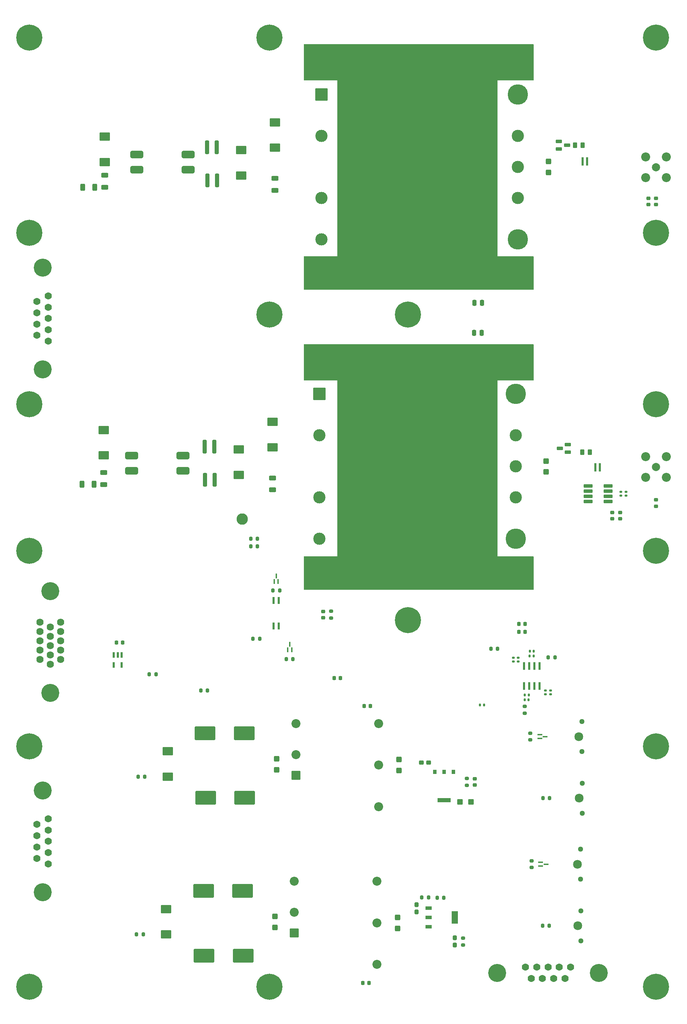
<source format=gbr>
%TF.GenerationSoftware,KiCad,Pcbnew,8.0.6*%
%TF.CreationDate,2025-06-02T15:06:51-04:00*%
%TF.ProjectId,CAEN_NEVIS_DAQ_PM5V,4341454e-5f4e-4455-9649-535f4441515f,rev?*%
%TF.SameCoordinates,Original*%
%TF.FileFunction,Soldermask,Top*%
%TF.FilePolarity,Negative*%
%FSLAX46Y46*%
G04 Gerber Fmt 4.6, Leading zero omitted, Abs format (unit mm)*
G04 Created by KiCad (PCBNEW 8.0.6) date 2025-06-02 15:06:51*
%MOMM*%
%LPD*%
G01*
G04 APERTURE LIST*
G04 Aperture macros list*
%AMRoundRect*
0 Rectangle with rounded corners*
0 $1 Rounding radius*
0 $2 $3 $4 $5 $6 $7 $8 $9 X,Y pos of 4 corners*
0 Add a 4 corners polygon primitive as box body*
4,1,4,$2,$3,$4,$5,$6,$7,$8,$9,$2,$3,0*
0 Add four circle primitives for the rounded corners*
1,1,$1+$1,$2,$3*
1,1,$1+$1,$4,$5*
1,1,$1+$1,$6,$7*
1,1,$1+$1,$8,$9*
0 Add four rect primitives between the rounded corners*
20,1,$1+$1,$2,$3,$4,$5,0*
20,1,$1+$1,$4,$5,$6,$7,0*
20,1,$1+$1,$6,$7,$8,$9,0*
20,1,$1+$1,$8,$9,$2,$3,0*%
G04 Aperture macros list end*
%ADD10RoundRect,0.225000X0.250000X-0.225000X0.250000X0.225000X-0.250000X0.225000X-0.250000X-0.225000X0*%
%ADD11RoundRect,0.250000X0.425000X-0.450000X0.425000X0.450000X-0.425000X0.450000X-0.425000X-0.450000X0*%
%ADD12RoundRect,0.140000X0.170000X-0.140000X0.170000X0.140000X-0.170000X0.140000X-0.170000X-0.140000X0*%
%ADD13C,6.400000*%
%ADD14RoundRect,0.250000X1.025000X-0.787500X1.025000X0.787500X-1.025000X0.787500X-1.025000X-0.787500X0*%
%ADD15RoundRect,0.200000X0.200000X0.275000X-0.200000X0.275000X-0.200000X-0.275000X0.200000X-0.275000X0*%
%ADD16RoundRect,0.225000X-0.250000X0.225000X-0.250000X-0.225000X0.250000X-0.225000X0.250000X0.225000X0*%
%ADD17RoundRect,0.170000X2.330000X-1.530000X2.330000X1.530000X-2.330000X1.530000X-2.330000X-1.530000X0*%
%ADD18RoundRect,0.200000X-0.200000X-0.275000X0.200000X-0.275000X0.200000X0.275000X-0.200000X0.275000X0*%
%ADD19C,1.295400*%
%ADD20C,2.159000*%
%ADD21RoundRect,0.250000X-0.275000X0.312500X-0.275000X-0.312500X0.275000X-0.312500X0.275000X0.312500X0*%
%ADD22RoundRect,0.225000X-0.225000X-0.250000X0.225000X-0.250000X0.225000X0.250000X-0.225000X0.250000X0*%
%ADD23R,0.558800X1.473200*%
%ADD24RoundRect,0.250000X-0.625000X0.312500X-0.625000X-0.312500X0.625000X-0.312500X0.625000X0.312500X0*%
%ADD25RoundRect,0.250000X0.275000X-0.312500X0.275000X0.312500X-0.275000X0.312500X-0.275000X-0.312500X0*%
%ADD26RoundRect,0.250000X-0.312500X-0.625000X0.312500X-0.625000X0.312500X0.625000X-0.312500X0.625000X0*%
%ADD27R,0.350800X1.161200*%
%ADD28C,3.500000*%
%ADD29RoundRect,0.102000X-1.400000X-1.400000X1.400000X-1.400000X1.400000X1.400000X-1.400000X1.400000X0*%
%ADD30C,3.004000*%
%ADD31C,5.004000*%
%ADD32R,0.889000X1.016000*%
%ADD33R,3.200000X1.000000*%
%ADD34RoundRect,0.200000X-0.275000X0.200000X-0.275000X-0.200000X0.275000X-0.200000X0.275000X0.200000X0*%
%ADD35R,0.558800X1.981200*%
%ADD36RoundRect,0.100500X-0.986500X-0.301500X0.986500X-0.301500X0.986500X0.301500X-0.986500X0.301500X0*%
%ADD37C,1.779000*%
%ADD38C,4.420000*%
%ADD39RoundRect,0.099250X-0.632750X-0.297750X0.632750X-0.297750X0.632750X0.297750X-0.632750X0.297750X0*%
%ADD40RoundRect,0.140000X-0.170000X0.140000X-0.170000X-0.140000X0.170000X-0.140000X0.170000X0.140000X0*%
%ADD41RoundRect,0.250000X-0.425000X0.450000X-0.425000X-0.450000X0.425000X-0.450000X0.425000X0.450000X0*%
%ADD42RoundRect,0.250000X-1.025000X0.787500X-1.025000X-0.787500X1.025000X-0.787500X1.025000X0.787500X0*%
%ADD43RoundRect,0.475000X1.125000X-0.475000X1.125000X0.475000X-1.125000X0.475000X-1.125000X-0.475000X0*%
%ADD44RoundRect,0.250000X0.625000X-0.312500X0.625000X0.312500X-0.625000X0.312500X-0.625000X-0.312500X0*%
%ADD45R,0.584200X2.159000*%
%ADD46C,2.800000*%
%ADD47R,1.161200X0.350800*%
%ADD48RoundRect,0.200000X0.275000X-0.200000X0.275000X0.200000X-0.275000X0.200000X-0.275000X-0.200000X0*%
%ADD49RoundRect,0.250000X-0.450000X-0.425000X0.450000X-0.425000X0.450000X0.425000X-0.450000X0.425000X0*%
%ADD50C,2.006600*%
%ADD51C,2.209800*%
%ADD52RoundRect,0.225000X0.225000X0.250000X-0.225000X0.250000X-0.225000X-0.250000X0.225000X-0.250000X0*%
%ADD53RoundRect,0.135000X0.135000X0.185000X-0.135000X0.185000X-0.135000X-0.185000X0.135000X-0.185000X0*%
%ADD54RoundRect,0.102000X1.000000X-1.000000X1.000000X1.000000X-1.000000X1.000000X-1.000000X-1.000000X0*%
%ADD55C,2.204000*%
%ADD56RoundRect,0.140000X-0.140000X-0.170000X0.140000X-0.170000X0.140000X0.170000X-0.140000X0.170000X0*%
%ADD57RoundRect,0.135000X-0.135000X-0.185000X0.135000X-0.185000X0.135000X0.185000X-0.135000X0.185000X0*%
%ADD58RoundRect,0.250000X0.250000X0.475000X-0.250000X0.475000X-0.250000X-0.475000X0.250000X-0.475000X0*%
%ADD59RoundRect,0.245000X-0.245000X-1.455000X0.245000X-1.455000X0.245000X1.455000X-0.245000X1.455000X0*%
%ADD60RoundRect,0.250000X0.312500X0.275000X-0.312500X0.275000X-0.312500X-0.275000X0.312500X-0.275000X0*%
%ADD61RoundRect,0.250000X-0.250000X-0.475000X0.250000X-0.475000X0.250000X0.475000X-0.250000X0.475000X0*%
%ADD62C,1.764000*%
%ADD63RoundRect,0.250000X0.262500X0.450000X-0.262500X0.450000X-0.262500X-0.450000X0.262500X-0.450000X0*%
%ADD64R,1.600200X0.838200*%
%ADD65R,1.600200X3.048000*%
%ADD66RoundRect,0.099250X0.632750X0.297750X-0.632750X0.297750X-0.632750X-0.297750X0.632750X-0.297750X0*%
%ADD67R,0.558800X1.651000*%
G04 APERTURE END LIST*
D10*
%TO.C,R28*%
X278970000Y-144065000D03*
X278970000Y-142515000D03*
%TD*%
D11*
%TO.C,C39*%
X185356250Y-247500001D03*
X185356250Y-244800001D03*
%TD*%
D12*
%TO.C,C63*%
X243895000Y-182200000D03*
X243895000Y-181240000D03*
%TD*%
D13*
%TO.C,H13*%
X184000000Y-262000000D03*
%TD*%
D14*
%TO.C,C29*%
X159025000Y-210472500D03*
X159025000Y-204247500D03*
%TD*%
D13*
%TO.C,H6*%
X125000000Y-203000000D03*
%TD*%
D15*
%TO.C,R43*%
X252845000Y-215770000D03*
X251195000Y-215770000D03*
%TD*%
D13*
%TO.C,H14*%
X279000000Y-119000000D03*
%TD*%
D16*
%TO.C,C54*%
X234480000Y-210975000D03*
X234480000Y-212525000D03*
%TD*%
D11*
%TO.C,C46*%
X215446250Y-247714999D03*
X215446250Y-245014999D03*
%TD*%
D13*
%TO.C,H4*%
X125000000Y-119000000D03*
%TD*%
D17*
%TO.C,L5*%
X168315000Y-215681000D03*
X177915000Y-215681000D03*
%TD*%
D18*
%TO.C,R16*%
X167135000Y-189320000D03*
X168785000Y-189320000D03*
%TD*%
D11*
%TO.C,C37*%
X215845000Y-208985000D03*
X215845000Y-206285000D03*
%TD*%
D19*
%TO.C,P4*%
X260800000Y-204290000D03*
X260800000Y-196970000D03*
D20*
X260040000Y-200620000D03*
%TD*%
D21*
%TO.C,C59*%
X220150000Y-241895000D03*
X220150000Y-243670000D03*
%TD*%
D18*
%TO.C,F3*%
X151710000Y-210480000D03*
X153360000Y-210480000D03*
%TD*%
D22*
%TO.C,R38*%
X199905000Y-186230000D03*
X201455000Y-186230000D03*
%TD*%
D23*
%TO.C,U2*%
X147660000Y-180632400D03*
X146709999Y-180632400D03*
X145759998Y-180632400D03*
X145759998Y-183020000D03*
X147660000Y-183020000D03*
%TD*%
D18*
%TO.C,R7*%
X154445000Y-185370000D03*
X156095000Y-185370000D03*
%TD*%
D24*
%TO.C,R11*%
X184775000Y-137147500D03*
X184775000Y-140072500D03*
%TD*%
D25*
%TO.C,C65*%
X229510000Y-251807500D03*
X229510000Y-250032500D03*
%TD*%
D26*
%TO.C,F1*%
X138127500Y-65752500D03*
X141052500Y-65752500D03*
%TD*%
D27*
%TO.C,M2*%
X185140000Y-162520000D03*
X186139998Y-162520000D03*
X185639999Y-161170000D03*
%TD*%
D28*
%TO.C,U4*%
X196235000Y-108920000D03*
X196235000Y-159720000D03*
X244485000Y-108920000D03*
X244485000Y-159720000D03*
D29*
X196235000Y-116540000D03*
D30*
X196235000Y-126700000D03*
X196235000Y-141940000D03*
X196235000Y-152100000D03*
D31*
X244485000Y-152100000D03*
D30*
X244485000Y-141940000D03*
X244485000Y-134320000D03*
X244485000Y-126700000D03*
D31*
X244485000Y-116540000D03*
%TD*%
D32*
%TO.C,U9*%
X229239900Y-209267500D03*
X226928500Y-209267500D03*
X224617100Y-209267500D03*
D33*
X226928500Y-216260000D03*
%TD*%
D34*
%TO.C,R35*%
X246730000Y-193235000D03*
X246730000Y-194885000D03*
%TD*%
D19*
%TO.C,P2*%
X260520000Y-250740000D03*
X260520000Y-243420000D03*
D20*
X259760000Y-247070000D03*
%TD*%
D35*
%TO.C,U12*%
X246555000Y-188193800D03*
X247825000Y-188193800D03*
X249095000Y-188193800D03*
X250365000Y-188193800D03*
X250365000Y-183266200D03*
X249095000Y-183266200D03*
X247825000Y-183266200D03*
X246555000Y-183266200D03*
%TD*%
D15*
%TO.C,R42*%
X252765000Y-247060000D03*
X251115000Y-247060000D03*
%TD*%
D12*
%TO.C,C48*%
X271620000Y-141470000D03*
X271620000Y-140510000D03*
%TD*%
D36*
%TO.C,U7*%
X262265000Y-139085000D03*
X262265000Y-140355000D03*
X262265000Y-141625000D03*
X262265000Y-142895000D03*
X267205000Y-142895000D03*
X267205000Y-141625000D03*
X267205000Y-140355000D03*
X267205000Y-139085000D03*
%TD*%
D37*
%TO.C,J1*%
X132710000Y-181730000D03*
X132710000Y-179440000D03*
X132710000Y-177150000D03*
X132710000Y-174860000D03*
X132710000Y-172570000D03*
X130170000Y-182875000D03*
X130170000Y-180585000D03*
X130170000Y-178295000D03*
X130170000Y-176005000D03*
X130170000Y-173715000D03*
X127630000Y-181730000D03*
X127630000Y-179440000D03*
X127630000Y-177150000D03*
X127630000Y-174860000D03*
X127630000Y-172570000D03*
D38*
X130170000Y-164909000D03*
X130170000Y-189899000D03*
%TD*%
D22*
%TO.C,C28*%
X206925000Y-261150000D03*
X208475000Y-261150000D03*
%TD*%
D39*
%TO.C,D2*%
X255140000Y-54520000D03*
X255140000Y-56420000D03*
X257100000Y-55470000D03*
%TD*%
D40*
%TO.C,C61*%
X253050000Y-189290000D03*
X253050000Y-190250000D03*
%TD*%
D41*
%TO.C,C16*%
X252565000Y-59450000D03*
X252565000Y-62150000D03*
%TD*%
D42*
%TO.C,C9*%
X185345000Y-49845000D03*
X185345000Y-56070000D03*
%TD*%
D12*
%TO.C,C62*%
X245125000Y-182220000D03*
X245125000Y-181260000D03*
%TD*%
D43*
%TO.C,L9*%
X163980000Y-57780000D03*
X163980000Y-61480000D03*
X151380000Y-61480000D03*
X151380000Y-57780000D03*
%TD*%
D44*
%TO.C,R8*%
X143510000Y-65745000D03*
X143510000Y-62820000D03*
%TD*%
D14*
%TO.C,C17*%
X143240000Y-131592500D03*
X143240000Y-125367500D03*
%TD*%
D45*
%TO.C,R1*%
X260966600Y-59460000D03*
X262033400Y-59460000D03*
%TD*%
D46*
%TO.C,V_{EN}1*%
X177270000Y-147230000D03*
%TD*%
D18*
%TO.C,R14*%
X179935000Y-176640000D03*
X181585000Y-176640000D03*
%TD*%
D47*
%TO.C,M4*%
X250600000Y-231450000D03*
X250600000Y-232449998D03*
X251950000Y-231949999D03*
%TD*%
D48*
%TO.C,R39*%
X231580000Y-251755000D03*
X231580000Y-250105000D03*
%TD*%
D13*
%TO.C,H17*%
X218000000Y-172000000D03*
%TD*%
D42*
%TO.C,C18*%
X176455000Y-130167500D03*
X176455000Y-136392500D03*
%TD*%
D49*
%TO.C,C55*%
X230820000Y-216690000D03*
X233520000Y-216690000D03*
%TD*%
D12*
%TO.C,C47*%
X270310000Y-141490000D03*
X270310000Y-140530000D03*
%TD*%
D50*
%TO.C,J4*%
X278970000Y-134410000D03*
D51*
X281510000Y-131870000D03*
X276430000Y-131870000D03*
X276430000Y-136950000D03*
X281510000Y-136950000D03*
%TD*%
D42*
%TO.C,C19*%
X184785000Y-123367500D03*
X184785000Y-129592500D03*
%TD*%
D17*
%TO.C,L6*%
X168195000Y-199811000D03*
X177795000Y-199811000D03*
%TD*%
D48*
%TO.C,R40*%
X248110000Y-201435000D03*
X248110000Y-199785000D03*
%TD*%
%TO.C,R41*%
X248420000Y-232775000D03*
X248420000Y-231125000D03*
%TD*%
D28*
%TO.C,U3*%
X196795000Y-35397500D03*
X196795000Y-86197500D03*
X245045000Y-35397500D03*
X245045000Y-86197500D03*
D29*
X196795000Y-43017500D03*
D30*
X196795000Y-53177500D03*
X196795000Y-68417500D03*
X196795000Y-78577500D03*
D31*
X245045000Y-78577500D03*
D30*
X245045000Y-68417500D03*
X245045000Y-60797500D03*
X245045000Y-53177500D03*
D31*
X245045000Y-43017500D03*
%TD*%
D42*
%TO.C,C8*%
X177015000Y-56645000D03*
X177015000Y-62870000D03*
%TD*%
D47*
%TO.C,M3*%
X250410000Y-200120002D03*
X250410000Y-201120000D03*
X251760000Y-200620001D03*
%TD*%
D52*
%TO.C,R22*%
X246815000Y-174920000D03*
X245265000Y-174920000D03*
%TD*%
D44*
%TO.C,R10*%
X143276250Y-138752500D03*
X143276250Y-135827500D03*
%TD*%
D27*
%TO.C,M1*%
X188450001Y-179325000D03*
X189449999Y-179325000D03*
X188950000Y-177975000D03*
%TD*%
D13*
%TO.C,H11*%
X279000000Y-203000000D03*
%TD*%
D45*
%TO.C,R2*%
X264116600Y-134520000D03*
X265183400Y-134520000D03*
%TD*%
D18*
%TO.C,R34*%
X238395000Y-179080000D03*
X240045000Y-179080000D03*
%TD*%
D53*
%TO.C,R30*%
X247720000Y-190380000D03*
X246700000Y-190380000D03*
%TD*%
D54*
%TO.C,U6*%
X190093750Y-248860000D03*
D55*
X190093750Y-243760000D03*
X210393750Y-256560000D03*
X210393750Y-246360000D03*
X210393750Y-236160000D03*
X190093750Y-236160000D03*
%TD*%
D56*
%TO.C,C56*%
X246730000Y-191620000D03*
X247690000Y-191620000D03*
%TD*%
D43*
%TO.C,L10*%
X162710000Y-131680000D03*
X162710000Y-135380000D03*
X150110000Y-135380000D03*
X150110000Y-131680000D03*
%TD*%
D57*
%TO.C,R32*%
X247930000Y-180880000D03*
X248950000Y-180880000D03*
%TD*%
D48*
%TO.C,R44*%
X199180000Y-171525000D03*
X199180000Y-169875000D03*
%TD*%
D58*
%TO.C,C5*%
X236240000Y-94120000D03*
X234340000Y-94120000D03*
%TD*%
D59*
%TO.C,L3*%
X168160000Y-137605000D03*
X170530000Y-137605000D03*
%TD*%
D40*
%TO.C,C60*%
X251800000Y-189290000D03*
X251800000Y-190250000D03*
%TD*%
D15*
%TO.C,R31*%
X254175000Y-181150000D03*
X252525000Y-181150000D03*
%TD*%
D13*
%TO.C,H3*%
X125000000Y-77000000D03*
%TD*%
D16*
%TO.C,R27*%
X277130000Y-68465000D03*
X277130000Y-70015000D03*
%TD*%
D13*
%TO.C,H5*%
X125000000Y-155000000D03*
%TD*%
D17*
%TO.C,L7*%
X167916250Y-254411000D03*
X177516250Y-254411000D03*
%TD*%
D18*
%TO.C,R36*%
X225195000Y-240170000D03*
X226845000Y-240170000D03*
%TD*%
D13*
%TO.C,H1*%
X125000000Y-29000000D03*
%TD*%
%TO.C,H16*%
X218000000Y-97000000D03*
%TD*%
D18*
%TO.C,R19*%
X184855000Y-164750000D03*
X186505000Y-164750000D03*
%TD*%
D13*
%TO.C,H8*%
X279000000Y-262000000D03*
%TD*%
D60*
%TO.C,C51*%
X223097500Y-206990000D03*
X221322500Y-206990000D03*
%TD*%
D52*
%TO.C,C4*%
X147954999Y-177556200D03*
X146404999Y-177556200D03*
%TD*%
D61*
%TO.C,C6*%
X234280000Y-101500000D03*
X236180000Y-101500000D03*
%TD*%
D14*
%TO.C,C38*%
X158626250Y-249202501D03*
X158626250Y-242977501D03*
%TD*%
D54*
%TO.C,U5*%
X190492500Y-210130000D03*
D55*
X190492500Y-205030000D03*
X210792500Y-217830000D03*
X210792500Y-207630000D03*
X210792500Y-197430000D03*
X190492500Y-197430000D03*
%TD*%
D14*
%TO.C,C7*%
X143530000Y-59600000D03*
X143530000Y-53375000D03*
%TD*%
D16*
%TO.C,R20*%
X270190000Y-145585000D03*
X270190000Y-147135000D03*
%TD*%
D13*
%TO.C,H15*%
X184000000Y-29000000D03*
%TD*%
D56*
%TO.C,C66*%
X247980000Y-179650000D03*
X248940000Y-179650000D03*
%TD*%
D11*
%TO.C,C30*%
X185755000Y-208770000D03*
X185755000Y-206070000D03*
%TD*%
D17*
%TO.C,L8*%
X167796250Y-238541001D03*
X177396250Y-238541001D03*
%TD*%
D59*
%TO.C,L1*%
X168720000Y-64082500D03*
X171090000Y-64082500D03*
%TD*%
D13*
%TO.C,H7*%
X125000000Y-262000000D03*
%TD*%
D57*
%TO.C,R29*%
X235700000Y-192840000D03*
X236720000Y-192840000D03*
%TD*%
D52*
%TO.C,R23*%
X246820000Y-173010000D03*
X245270000Y-173010000D03*
%TD*%
D10*
%TO.C,R26*%
X278990000Y-70015000D03*
X278990000Y-68465000D03*
%TD*%
D34*
%TO.C,R24*%
X232520000Y-210935000D03*
X232520000Y-212585000D03*
%TD*%
D13*
%TO.C,H10*%
X184000000Y-97000000D03*
%TD*%
%TO.C,H12*%
X279000000Y-77000000D03*
%TD*%
D24*
%TO.C,R9*%
X185335000Y-63625000D03*
X185335000Y-66550000D03*
%TD*%
D18*
%TO.C,R15*%
X188115000Y-181630000D03*
X189765000Y-181630000D03*
%TD*%
D62*
%TO.C,J6*%
X246915000Y-257210000D03*
X249685000Y-257210000D03*
X252455000Y-257210000D03*
X255225000Y-257210000D03*
X257995000Y-257210000D03*
X248300000Y-260050000D03*
X251070000Y-260050000D03*
X253840000Y-260050000D03*
X256610000Y-260050000D03*
D38*
X239955000Y-258630000D03*
X264955000Y-258630000D03*
%TD*%
D19*
%TO.C,P1*%
X260440000Y-235620000D03*
X260440000Y-228300000D03*
D20*
X259680000Y-231950000D03*
%TD*%
D50*
%TO.C,J5*%
X278970000Y-60900000D03*
D51*
X281510000Y-58360000D03*
X276430000Y-58360000D03*
X276430000Y-63440000D03*
X281510000Y-63440000D03*
%TD*%
D26*
%TO.C,F2*%
X137927500Y-138720000D03*
X140852500Y-138720000D03*
%TD*%
D62*
%TO.C,J2*%
X129660000Y-92440000D03*
X129660000Y-95210000D03*
X129660000Y-97980000D03*
X129660000Y-100750000D03*
X129660000Y-103520000D03*
X126820000Y-93825000D03*
X126820000Y-96595000D03*
X126820000Y-99365000D03*
X126820000Y-102135000D03*
D38*
X128240000Y-85480000D03*
X128240000Y-110480000D03*
%TD*%
D63*
%TO.C,R3*%
X262712500Y-130820000D03*
X260887500Y-130820000D03*
%TD*%
D13*
%TO.C,H9*%
X279000000Y-155000000D03*
%TD*%
D18*
%TO.C,R33*%
X221445000Y-240150000D03*
X223095000Y-240150000D03*
%TD*%
D41*
%TO.C,C26*%
X252005000Y-132972500D03*
X252005000Y-135672500D03*
%TD*%
D16*
%TO.C,C52*%
X268250000Y-145585000D03*
X268250000Y-147135000D03*
%TD*%
D10*
%TO.C,C67*%
X197180000Y-171475000D03*
X197180000Y-169925000D03*
%TD*%
D63*
%TO.C,R4*%
X260912500Y-55460000D03*
X259087500Y-55460000D03*
%TD*%
D22*
%TO.C,C27*%
X207245000Y-193120000D03*
X208795000Y-193120000D03*
%TD*%
D62*
%TO.C,J3*%
X129660000Y-220810000D03*
X129660000Y-223580000D03*
X129660000Y-226350000D03*
X129660000Y-229120000D03*
X129660000Y-231890000D03*
X126820000Y-222195000D03*
X126820000Y-224965000D03*
X126820000Y-227735000D03*
X126820000Y-230505000D03*
D38*
X128240000Y-213850000D03*
X128240000Y-238850000D03*
%TD*%
D64*
%TO.C,U13*%
X223099600Y-242720000D03*
X223099600Y-245020000D03*
X223099600Y-247320000D03*
D65*
X229500400Y-245020000D03*
%TD*%
D66*
%TO.C,D1*%
X257340000Y-130830000D03*
X257340000Y-128930000D03*
X255380000Y-129880000D03*
%TD*%
D18*
%TO.C,F4*%
X151311250Y-249210000D03*
X152961250Y-249210000D03*
%TD*%
%TO.C,R18*%
X179415000Y-152080000D03*
X181065000Y-152080000D03*
%TD*%
D67*
%TO.C,Q1*%
X185005000Y-173504200D03*
X186275000Y-173504200D03*
X186275000Y-167255800D03*
X185005000Y-167255800D03*
%TD*%
D18*
%TO.C,R17*%
X179410000Y-153950000D03*
X181060000Y-153950000D03*
%TD*%
D59*
%TO.C,L2*%
X168640000Y-55932500D03*
X171010000Y-55932500D03*
%TD*%
D19*
%TO.C,P3*%
X260860000Y-219440000D03*
X260860000Y-212120000D03*
D20*
X260100000Y-215770000D03*
%TD*%
D59*
%TO.C,L4*%
X168080000Y-129455000D03*
X170450000Y-129455000D03*
%TD*%
D13*
%TO.C,H2*%
X279000000Y-29000000D03*
%TD*%
G36*
X248883039Y-104299685D02*
G01*
X248928794Y-104352489D01*
X248940000Y-104404000D01*
X248940000Y-113046000D01*
X248920315Y-113113039D01*
X248867511Y-113158794D01*
X248816000Y-113170000D01*
X240050000Y-113170000D01*
X240050000Y-156350000D01*
X248816000Y-156350000D01*
X248883039Y-156369685D01*
X248928794Y-156422489D01*
X248940000Y-156474000D01*
X248940000Y-164481000D01*
X248920315Y-164548039D01*
X248867511Y-164593794D01*
X248816000Y-164605000D01*
X192549000Y-164605000D01*
X192481961Y-164585315D01*
X192436206Y-164532511D01*
X192425000Y-164481000D01*
X192425000Y-156474000D01*
X192444685Y-156406961D01*
X192497489Y-156361206D01*
X192549000Y-156350000D01*
X200680000Y-156350000D01*
X200680000Y-113170000D01*
X192549000Y-113170000D01*
X192481961Y-113150315D01*
X192436206Y-113097511D01*
X192425000Y-113046000D01*
X192425000Y-104404000D01*
X192444685Y-104336961D01*
X192497489Y-104291206D01*
X192549000Y-104280000D01*
X248816000Y-104280000D01*
X248883039Y-104299685D01*
G37*
G36*
X248883039Y-30639685D02*
G01*
X248928794Y-30692489D01*
X248940000Y-30744000D01*
X248940000Y-39386000D01*
X248920315Y-39453039D01*
X248867511Y-39498794D01*
X248816000Y-39510000D01*
X240050000Y-39510000D01*
X240050000Y-82690000D01*
X248816000Y-82690000D01*
X248883039Y-82709685D01*
X248928794Y-82762489D01*
X248940000Y-82814000D01*
X248940000Y-90821000D01*
X248920315Y-90888039D01*
X248867511Y-90933794D01*
X248816000Y-90945000D01*
X192549000Y-90945000D01*
X192481961Y-90925315D01*
X192436206Y-90872511D01*
X192425000Y-90821000D01*
X192425000Y-82814000D01*
X192444685Y-82746961D01*
X192497489Y-82701206D01*
X192549000Y-82690000D01*
X200680000Y-82690000D01*
X200680000Y-39510000D01*
X192549000Y-39510000D01*
X192481961Y-39490315D01*
X192436206Y-39437511D01*
X192425000Y-39386000D01*
X192425000Y-30744000D01*
X192444685Y-30676961D01*
X192497489Y-30631206D01*
X192549000Y-30620000D01*
X248816000Y-30620000D01*
X248883039Y-30639685D01*
G37*
M02*

</source>
